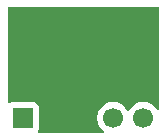
<source format=gbr>
%TF.GenerationSoftware,KiCad,Pcbnew,9.0.3*%
%TF.CreationDate,2025-07-24T19:31:40+02:00*%
%TF.ProjectId,OM345-MMIC,4f4d3334-352d-44d4-9d49-432e6b696361,rev?*%
%TF.SameCoordinates,Original*%
%TF.FileFunction,Copper,L2,Bot*%
%TF.FilePolarity,Positive*%
%FSLAX46Y46*%
G04 Gerber Fmt 4.6, Leading zero omitted, Abs format (unit mm)*
G04 Created by KiCad (PCBNEW 9.0.3) date 2025-07-24 19:31:40*
%MOMM*%
%LPD*%
G01*
G04 APERTURE LIST*
%TA.AperFunction,ComponentPad*%
%ADD10C,1.700000*%
%TD*%
%TA.AperFunction,ComponentPad*%
%ADD11R,1.700000X1.700000*%
%TD*%
%TA.AperFunction,ViaPad*%
%ADD12C,0.600000*%
%TD*%
G04 APERTURE END LIST*
D10*
%TO.P,J1,5,Pin_5*%
%TO.N,Net-(IC1-RF-OUT_AND_DC-IN)*%
X139237000Y-86360000D03*
%TO.P,J1,4,Pin_4*%
%TO.N,Net-(J1-Pin_4)*%
X136697000Y-86360000D03*
%TO.P,J1,3,Pin_3*%
%TO.N,GND*%
X134157000Y-86360000D03*
%TO.P,J1,2,Pin_2*%
X131617000Y-86360000D03*
D11*
%TO.P,J1,1,Pin_1*%
%TO.N,Net-(IC1-RF_IN)*%
X129077000Y-86360000D03*
%TD*%
D12*
%TO.N,GND*%
X138557000Y-83820000D03*
X131318000Y-83820000D03*
X131318000Y-77216000D03*
X130429000Y-83312000D03*
X130429000Y-82550000D03*
X130429000Y-81788000D03*
X134598500Y-83566000D03*
X132207000Y-83312000D03*
X132207000Y-81788000D03*
X132207000Y-82550000D03*
X132207000Y-79121000D03*
X132207000Y-78359000D03*
X132207000Y-77597000D03*
X130429000Y-77597000D03*
X130429000Y-78359000D03*
X130429000Y-79121000D03*
%TD*%
%TA.AperFunction,Conductor*%
%TO.N,GND*%
G36*
X140539539Y-76974185D02*
G01*
X140585294Y-77026989D01*
X140596500Y-77078500D01*
X140596500Y-85551950D01*
X140576815Y-85618989D01*
X140524011Y-85664744D01*
X140454853Y-85674688D01*
X140391297Y-85645663D01*
X140372182Y-85624835D01*
X140267109Y-85480214D01*
X140267105Y-85480209D01*
X140116786Y-85329890D01*
X139944820Y-85204951D01*
X139755414Y-85108444D01*
X139755413Y-85108443D01*
X139755412Y-85108443D01*
X139553243Y-85042754D01*
X139553241Y-85042753D01*
X139553240Y-85042753D01*
X139391957Y-85017208D01*
X139343287Y-85009500D01*
X139130713Y-85009500D01*
X139082042Y-85017208D01*
X138920760Y-85042753D01*
X138718585Y-85108444D01*
X138529179Y-85204951D01*
X138357213Y-85329890D01*
X138206890Y-85480213D01*
X138081949Y-85652182D01*
X138077484Y-85660946D01*
X138029509Y-85711742D01*
X137961688Y-85728536D01*
X137895553Y-85705998D01*
X137856516Y-85660946D01*
X137852050Y-85652182D01*
X137727109Y-85480213D01*
X137576786Y-85329890D01*
X137404820Y-85204951D01*
X137215414Y-85108444D01*
X137215413Y-85108443D01*
X137215412Y-85108443D01*
X137013243Y-85042754D01*
X137013241Y-85042753D01*
X137013240Y-85042753D01*
X136851957Y-85017208D01*
X136803287Y-85009500D01*
X136590713Y-85009500D01*
X136542042Y-85017208D01*
X136380760Y-85042753D01*
X136178585Y-85108444D01*
X135989179Y-85204951D01*
X135817213Y-85329890D01*
X135666890Y-85480213D01*
X135541951Y-85652179D01*
X135445444Y-85841585D01*
X135379753Y-86043760D01*
X135346500Y-86253713D01*
X135346500Y-86466286D01*
X135379753Y-86676239D01*
X135445444Y-86878414D01*
X135541951Y-87067820D01*
X135666890Y-87239786D01*
X135817209Y-87390105D01*
X135817214Y-87390109D01*
X135848971Y-87413182D01*
X135891637Y-87468511D01*
X135897616Y-87538125D01*
X135865011Y-87599920D01*
X135804172Y-87634277D01*
X135776086Y-87637500D01*
X130478677Y-87637500D01*
X130411638Y-87617815D01*
X130365883Y-87565011D01*
X130355939Y-87495853D01*
X130369847Y-87454070D01*
X130370795Y-87452332D01*
X130370794Y-87452332D01*
X130370796Y-87452331D01*
X130421091Y-87317483D01*
X130427500Y-87257873D01*
X130427499Y-85462128D01*
X130421091Y-85402517D01*
X130370796Y-85267669D01*
X130370795Y-85267668D01*
X130370793Y-85267664D01*
X130284547Y-85152455D01*
X130284544Y-85152452D01*
X130169335Y-85066206D01*
X130169328Y-85066202D01*
X130034482Y-85015908D01*
X130034483Y-85015908D01*
X129974883Y-85009501D01*
X129974881Y-85009500D01*
X129974873Y-85009500D01*
X129974864Y-85009500D01*
X128179129Y-85009500D01*
X128179123Y-85009501D01*
X128119516Y-85015908D01*
X127984671Y-85066202D01*
X127984669Y-85066203D01*
X127952811Y-85090053D01*
X127887347Y-85114470D01*
X127819074Y-85099619D01*
X127769668Y-85050214D01*
X127754500Y-84990786D01*
X127754500Y-77078500D01*
X127774185Y-77011461D01*
X127826989Y-76965706D01*
X127878500Y-76954500D01*
X140472500Y-76954500D01*
X140539539Y-76974185D01*
G37*
%TD.AperFunction*%
%TD*%
M02*

</source>
